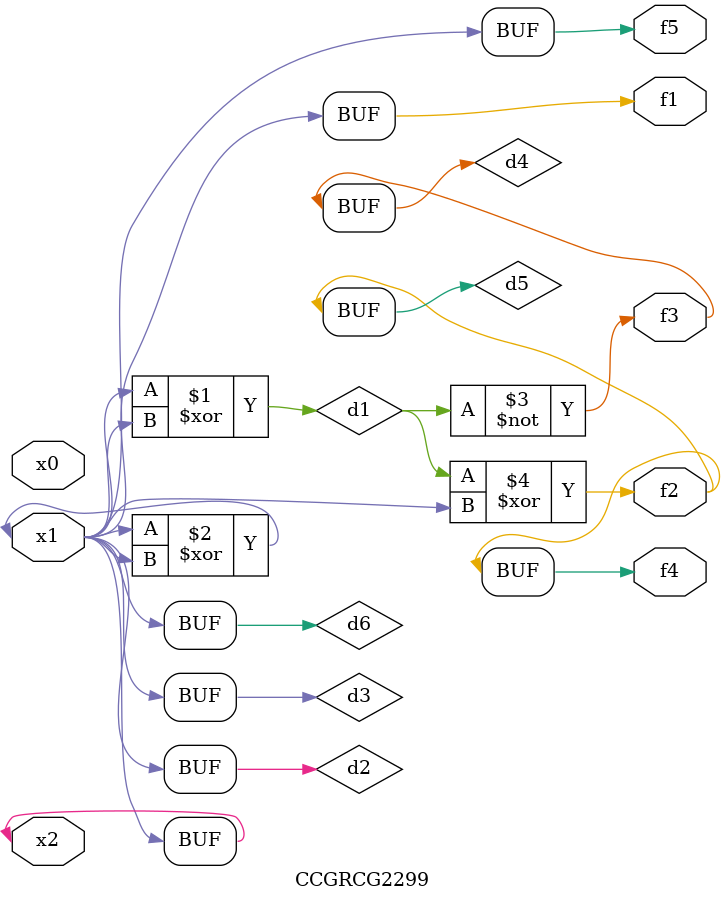
<source format=v>
module CCGRCG2299(
	input x0, x1, x2,
	output f1, f2, f3, f4, f5
);

	wire d1, d2, d3, d4, d5, d6;

	xor (d1, x1, x2);
	buf (d2, x1, x2);
	xor (d3, x1, x2);
	nor (d4, d1);
	xor (d5, d1, d2);
	buf (d6, d2, d3);
	assign f1 = d6;
	assign f2 = d5;
	assign f3 = d4;
	assign f4 = d5;
	assign f5 = d6;
endmodule

</source>
